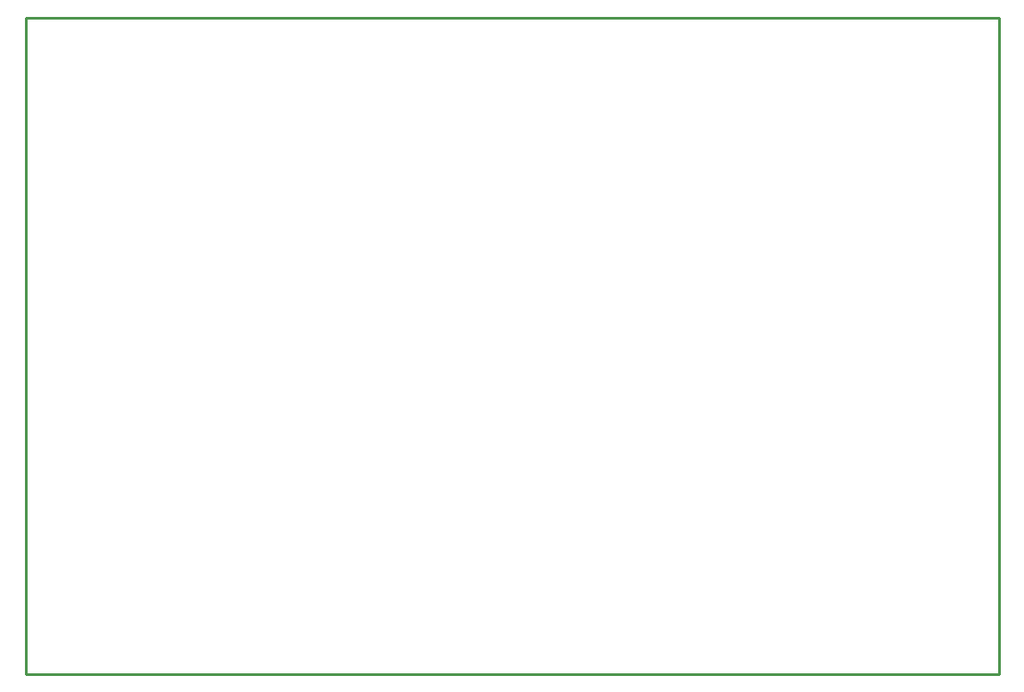
<source format=gko>
%FSLAX25Y25*%
%MOIN*%
G70*
G01*
G75*
G04 Layer_Color=16711935*
%ADD10R,0.05906X0.03937*%
%ADD11R,0.03937X0.05906*%
%ADD12R,0.01181X0.06890*%
%ADD13R,0.06890X0.01181*%
%ADD14R,0.03937X0.05906*%
%ADD15R,0.05906X0.05118*%
%ADD16R,0.05118X0.05906*%
%ADD17R,0.02362X0.05709*%
%ADD18C,0.00700*%
%ADD19C,0.03000*%
%ADD20C,0.02000*%
%ADD21C,0.01000*%
%ADD22C,0.05512*%
%ADD23C,0.10000*%
%ADD24R,0.03937X0.03937*%
%ADD25C,0.03937*%
%ADD26C,0.05906*%
%ADD27R,0.05906X0.05906*%
%ADD28R,0.05906X0.05906*%
%ADD29C,0.03000*%
%ADD30R,0.03543X0.03740*%
%ADD31R,0.03543X0.03740*%
%ADD32C,0.02362*%
%ADD33C,0.00984*%
%ADD34C,0.00787*%
%ADD35C,0.00500*%
%ADD36R,0.06706X0.04737*%
%ADD37R,0.04737X0.06706*%
%ADD38R,0.01981X0.07690*%
%ADD39R,0.07690X0.01981*%
%ADD40R,0.04737X0.06706*%
%ADD41R,0.06706X0.05918*%
%ADD42R,0.05918X0.06706*%
%ADD43R,0.03162X0.06509*%
%ADD44C,0.06312*%
%ADD45C,0.10800*%
%ADD46R,0.04737X0.04737*%
%ADD47C,0.04737*%
%ADD48C,0.06706*%
%ADD49R,0.06706X0.06706*%
%ADD50R,0.06706X0.06706*%
%ADD51C,0.03800*%
%ADD52R,0.04343X0.04540*%
%ADD53R,0.04343X0.04540*%
D21*
X0Y0D02*
X363949D01*
Y245784D01*
X0Y0D02*
Y245784D01*
X363949D01*
M02*

</source>
